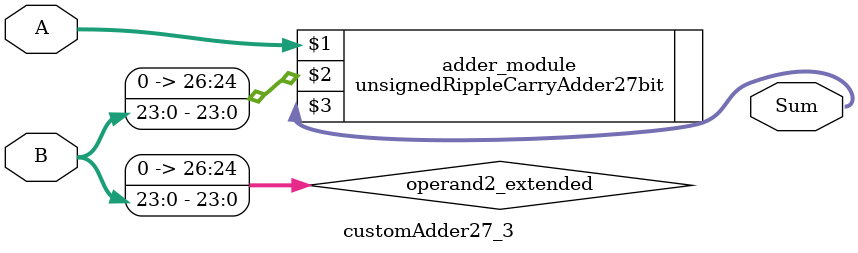
<source format=v>

module customAdder27_3(
                    input [26 : 0] A,
                    input [23 : 0] B,
                    
                    output [27 : 0] Sum
            );

    wire [26 : 0] operand2_extended;
    
    assign operand2_extended =  {3'b0, B};
    
    unsignedRippleCarryAdder27bit adder_module(
        A,
        operand2_extended,
        Sum
    );
    
endmodule
        
</source>
